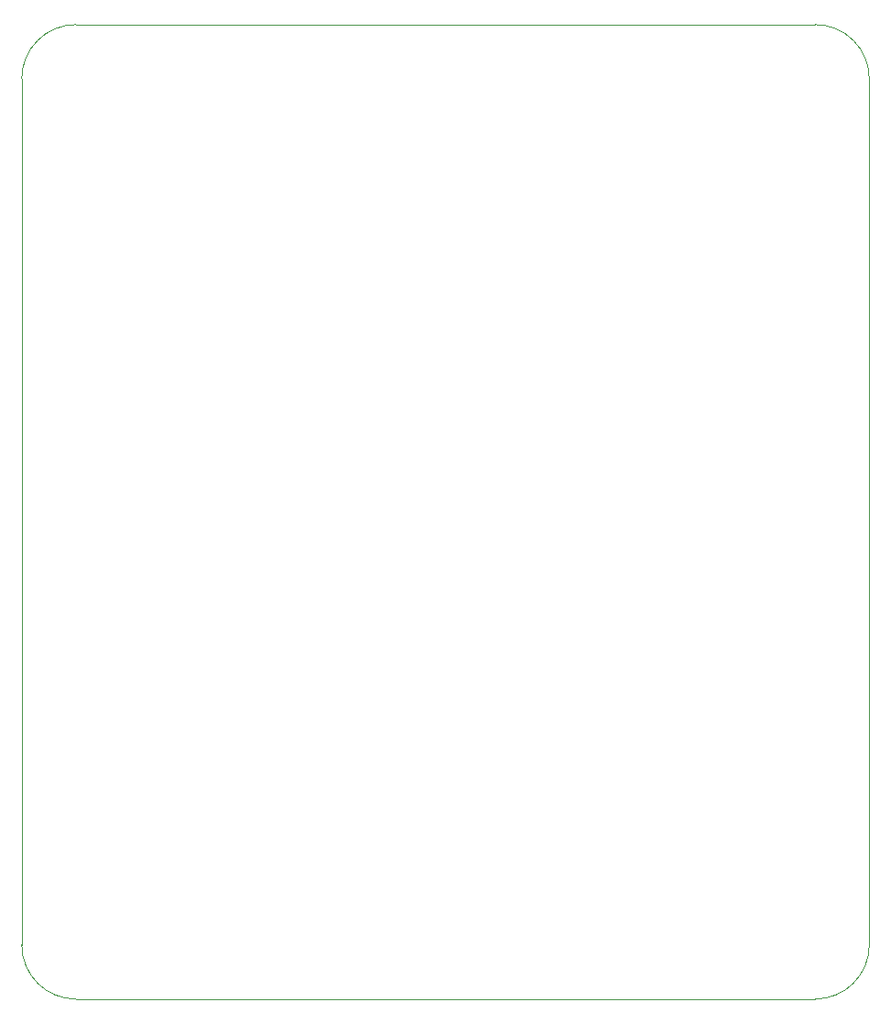
<source format=gbr>
%TF.GenerationSoftware,KiCad,Pcbnew,7.0.1-3b83917a11~172~ubuntu22.10.1*%
%TF.CreationDate,2023-08-26T17:03:55+02:00*%
%TF.ProjectId,controller,636f6e74-726f-46c6-9c65-722e6b696361,rev?*%
%TF.SameCoordinates,Original*%
%TF.FileFunction,Profile,NP*%
%FSLAX46Y46*%
G04 Gerber Fmt 4.6, Leading zero omitted, Abs format (unit mm)*
G04 Created by KiCad (PCBNEW 7.0.1-3b83917a11~172~ubuntu22.10.1) date 2023-08-26 17:03:55*
%MOMM*%
%LPD*%
G01*
G04 APERTURE LIST*
%TA.AperFunction,Profile*%
%ADD10C,0.100000*%
%TD*%
G04 APERTURE END LIST*
D10*
X40000000Y-21000000D02*
X108280419Y-21000000D01*
X35000000Y-106000000D02*
G75*
G03*
X40000000Y-111000000I5000000J0D01*
G01*
X113280419Y-26000000D02*
X113280419Y-106000000D01*
X113280400Y-26000000D02*
G75*
G03*
X108280419Y-21000000I-5000000J0D01*
G01*
X35000000Y-106000000D02*
X35000000Y-26000000D01*
X108280419Y-111000000D02*
X40000000Y-111000000D01*
X40000000Y-21000000D02*
G75*
G03*
X35000000Y-26000000I0J-5000000D01*
G01*
X108280419Y-111000019D02*
G75*
G03*
X113280419Y-106000000I-19J5000019D01*
G01*
M02*

</source>
